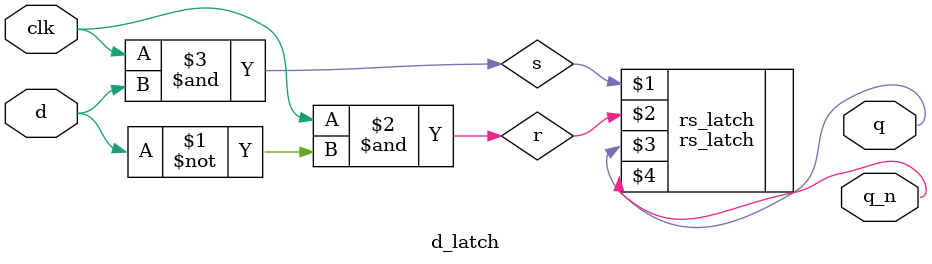
<source format=v>
module d_latch (
    input clk,
    input d,
    output q,
    output q_n
);
  wire r = clk & (~ d);
  wire s = clk & d;

  rs_latch rs_latch (s, r, q, q_n); 

endmodule

</source>
